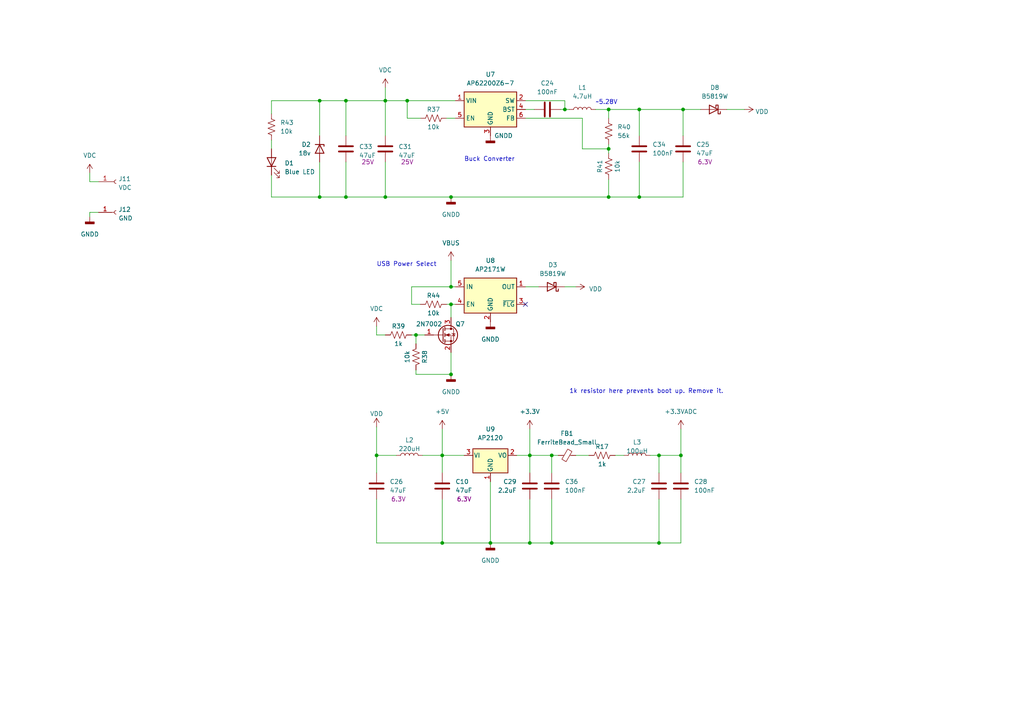
<source format=kicad_sch>
(kicad_sch (version 20230121) (generator eeschema)
  (paper "A4")
  (lib_symbols
    (symbol "Connector:Conn_01x01_Female" (pin_names (offset 1.016) hide)
      (property "Reference" "J" (at 0 2.54 0))
      (property "Value" "Conn_01x01_Female" (at 0 -2.54 0))
      (symbol "Conn_01x01_Female_1_1"
        (polyline (pts (xy -1.27 0) (xy -0.508 0)) (stroke (width 0.1524)))
        (arc (start 0 0.508) (mid -0.5058 0) (end 0 -0.508) (stroke (width 0.1524)))
        (pin passive line (at -5.08 0 0) (length 3.81) (name "Pin_1") (number "1"))
      )
    )
    (symbol "Device:C" (pin_numbers hide) (pin_names (offset 0.254))
      (property "Reference" "C" (at 0.635 2.54 0))
      (property "Value" "C" (at 0.635 -2.54 0))
      (symbol "C_0_1"
        (polyline (pts (xy -2.032 -0.762) (xy 2.032 -0.762)) (stroke (width 0.508)))
        (polyline (pts (xy -2.032 0.762) (xy 2.032 0.762)) (stroke (width 0.508)))
      )
      (symbol "C_1_1"
        (pin passive line (at 0 3.81 270) (length 2.794) (name "~") (number "1"))
        (pin passive line (at 0 -3.81 90) (length 2.794) (name "~") (number "2"))
      )
    )
    (symbol "Device:D_Schottky" (pin_numbers hide) (pin_names (offset 1.016) hide)
      (property "Reference" "D" (at 0 2.54 0))
      (property "Value" "D_Schottky" (at 0 -2.54 0))
      (symbol "D_Schottky_0_1"
        (polyline (pts (xy 1.27 0) (xy -1.27 0)))
        (polyline (pts (xy 1.27 1.27) (xy 1.27 -1.27) (xy -1.27 0) (xy 1.27 1.27)) (stroke (width 0.254)))
        (polyline (pts (xy -1.905 0.635) (xy -1.905 1.27) (xy -1.27 1.27) (xy -1.27 -1.27) (xy -0.635 -1.27) (xy -0.635 -0.635)) (stroke (width 0.254)))
      )
      (symbol "D_Schottky_1_1"
        (pin passive line (at -3.81 0 0) (length 2.54) (name "K") (number "1"))
        (pin passive line (at 3.81 0 180) (length 2.54) (name "A") (number "2"))
      )
    )
    (symbol "Device:D_Zener" (pin_numbers hide) (pin_names (offset 1.016) hide)
      (property "Reference" "D" (at 0 2.54 0))
      (property "Value" "D_Zener" (at 0 -2.54 0))
      (symbol "D_Zener_0_1"
        (polyline (pts (xy 1.27 0) (xy -1.27 0)))
        (polyline (pts (xy -1.27 -1.27) (xy -1.27 1.27) (xy -0.762 1.27)) (stroke (width 0.254)))
        (polyline (pts (xy 1.27 -1.27) (xy 1.27 1.27) (xy -1.27 0) (xy 1.27 -1.27)) (stroke (width 0.254)))
      )
      (symbol "D_Zener_1_1"
        (pin passive line (at -3.81 0 0) (length 2.54) (name "K") (number "1"))
        (pin passive line (at 3.81 0 180) (length 2.54) (name "A") (number "2"))
      )
    )
    (symbol "Device:FerriteBead_Small" (pin_numbers hide) (pin_names (offset 0))
      (property "Reference" "FB" (at 1.905 1.27 0))
      (property "Value" "FerriteBead_Small" (at 1.905 -1.27 0))
      (symbol "FerriteBead_Small_0_1"
        (polyline (pts (xy 0 -1.27) (xy 0 -0.7874)))
        (polyline (pts (xy 0 0.889) (xy 0 1.2954)))
        (polyline (pts (xy -1.8288 0.2794) (xy -1.1176 1.4986) (xy 1.8288 -0.2032) (xy 1.1176 -1.4224) (xy -1.8288 0.2794)))
      )
      (symbol "FerriteBead_Small_1_1"
        (pin passive line (at 0 2.54 270) (length 1.27) (name "~") (number "1"))
        (pin passive line (at 0 -2.54 90) (length 1.27) (name "~") (number "2"))
      )
    )
    (symbol "Device:L" (pin_numbers hide) (pin_names (offset 1.016) hide)
      (property "Reference" "L" (at -1.27 0 90))
      (property "Value" "L" (at 1.905 0 90))
      (symbol "L_0_1"
        (arc (start 0 -2.54) (mid 0.6323 -1.905) (end 0 -1.27))
        (arc (start 0 -1.27) (mid 0.6323 -0.635) (end 0 0))
        (arc (start 0 0) (mid 0.6323 0.635) (end 0 1.27))
        (arc (start 0 1.27) (mid 0.6323 1.905) (end 0 2.54))
      )
      (symbol "L_1_1"
        (pin passive line (at 0 3.81 270) (length 1.27) (name "1") (number "1"))
        (pin passive line (at 0 -3.81 90) (length 1.27) (name "2") (number "2"))
      )
    )
    (symbol "Device:LED" (pin_numbers hide) (pin_names (offset 1.016) hide)
      (property "Reference" "D" (at 0 2.54 0))
      (property "Value" "LED" (at 0 -2.54 0))
      (symbol "LED_0_1"
        (polyline (pts (xy -1.27 -1.27) (xy -1.27 1.27)) (stroke (width 0.254)))
        (polyline (pts (xy -1.27 0) (xy 1.27 0)))
        (polyline (pts (xy 1.27 -1.27) (xy 1.27 1.27) (xy -1.27 0) (xy 1.27 -1.27)) (stroke (width 0.254)))
        (polyline (pts (xy -3.048 -0.762) (xy -4.572 -2.286) (xy -3.81 -2.286) (xy -4.572 -2.286) (xy -4.572 -1.524)))
        (polyline (pts (xy -1.778 -0.762) (xy -3.302 -2.286) (xy -2.54 -2.286) (xy -3.302 -2.286) (xy -3.302 -1.524)))
      )
      (symbol "LED_1_1"
        (pin passive line (at -3.81 0 0) (length 2.54) (name "K") (number "1"))
        (pin passive line (at 3.81 0 180) (length 2.54) (name "A") (number "2"))
      )
    )
    (symbol "Device:R_US" (pin_numbers hide) (pin_names (offset 0))
      (property "Reference" "R" (at 2.54 0 90))
      (property "Value" "R_US" (at -2.54 0 90))
      (symbol "R_US_0_1"
        (polyline (pts (xy 0 -2.286) (xy 0 -2.54)))
        (polyline (pts (xy 0 2.286) (xy 0 2.54)))
        (polyline (pts (xy 0 -0.762) (xy 1.016 -1.143) (xy 0 -1.524) (xy -1.016 -1.905) (xy 0 -2.286)))
        (polyline (pts (xy 0 0.762) (xy 1.016 0.381) (xy 0 0) (xy -1.016 -0.381) (xy 0 -0.762)))
        (polyline (pts (xy 0 2.286) (xy 1.016 1.905) (xy 0 1.524) (xy -1.016 1.143) (xy 0 0.762)))
      )
      (symbol "R_US_1_1"
        (pin passive line (at 0 3.81 270) (length 1.27) (name "~") (number "1"))
        (pin passive line (at 0 -3.81 90) (length 1.27) (name "~") (number "2"))
      )
    )
    (symbol "Power_Management:AP2171W"
      (property "Reference" "U" (at -7.62 -6.35 0))
      (property "Value" "AP2171W" (at -7.62 6.35 0))
      (symbol "AP2171W_0_1"
        (rectangle (start -7.62 5.08) (end 7.62 -5.08) (stroke (width 0.254)) (fill (type background)))
      )
      (symbol "AP2171W_1_1"
        (pin power_out line (at 10.16 2.54 180) (length 2.54) (name "OUT") (number "1"))
        (pin power_in line (at 0 -7.62 90) (length 2.54) (name "GND") (number "2"))
        (pin open_collector line (at 10.16 -2.54 180) (length 2.54) (name "~{FLG}") (number "3"))
        (pin input line (at -10.16 -2.54 0) (length 2.54) (name "EN") (number "4"))
        (pin power_in line (at -10.16 2.54 0) (length 2.54) (name "IN") (number "5"))
      )
    )
    (symbol "Regulator_Linear:AP2127N-3.3" (pin_names (offset 0.254))
      (property "Reference" "U" (at -3.81 3.175 0))
      (property "Value" "AP2127N-3.3" (at 0 3.175 0))
      (symbol "AP2127N-3.3_0_1"
        (rectangle (start -5.08 1.905) (end 5.08 -5.08) (stroke (width 0.254)) (fill (type background)))
      )
      (symbol "AP2127N-3.3_1_1"
        (pin power_in line (at 0 -7.62 90) (length 2.54) (name "GND") (number "1"))
        (pin power_out line (at 7.62 0 180) (length 2.54) (name "VO") (number "2"))
        (pin power_in line (at -7.62 0 0) (length 2.54) (name "VI") (number "3"))
      )
    )
    (symbol "Regulator_Switching:AP62250Z6"
      (property "Reference" "U" (at -7.62 6.35 0))
      (property "Value" "AP62250Z6" (at 6.35 -6.35 0))
      (symbol "AP62250Z6_0_1"
        (rectangle (start -7.62 5.08) (end 7.62 -5.08) (stroke (width 0.254)) (fill (type background)))
      )
      (symbol "AP62250Z6_1_1"
        (pin power_in line (at -10.16 2.54 0) (length 2.54) (name "VIN") (number "1"))
        (pin output line (at 10.16 2.54 180) (length 2.54) (name "SW") (number "2"))
        (pin power_in line (at 0 -7.62 90) (length 2.54) (name "GND") (number "3"))
        (pin passive line (at 10.16 0 180) (length 2.54) (name "BST") (number "4"))
        (pin input line (at -10.16 -2.54 0) (length 2.54) (name "EN") (number "5"))
        (pin input line (at 10.16 -2.54 180) (length 2.54) (name "FB") (number "6"))
      )
    )
    (symbol "Transistor_FET:2N7002" (pin_names hide)
      (property "Reference" "Q" (at 5.08 1.905 0))
      (property "Value" "2N7002" (at 5.08 0 0))
      (symbol "2N7002_0_1"
        (polyline (pts (xy 0.254 0) (xy -2.54 0)))
        (polyline (pts (xy 0.254 1.905) (xy 0.254 -1.905)) (stroke (width 0.254)))
        (polyline (pts (xy 0.762 -1.27) (xy 0.762 -2.286)) (stroke (width 0.254)))
        (polyline (pts (xy 0.762 0.508) (xy 0.762 -0.508)) (stroke (width 0.254)))
        (polyline (pts (xy 0.762 2.286) (xy 0.762 1.27)) (stroke (width 0.254)))
        (polyline (pts (xy 2.54 2.54) (xy 2.54 1.778)))
        (polyline (pts (xy 2.54 -2.54) (xy 2.54 0) (xy 0.762 0)))
        (polyline (pts (xy 0.762 -1.778) (xy 3.302 -1.778) (xy 3.302 1.778) (xy 0.762 1.778)))
        (polyline (pts (xy 1.016 0) (xy 2.032 0.381) (xy 2.032 -0.381) (xy 1.016 0)) (fill (type outline)))
        (polyline (pts (xy 2.794 0.508) (xy 2.921 0.381) (xy 3.683 0.381) (xy 3.81 0.254)))
        (polyline (pts (xy 3.302 0.381) (xy 2.921 -0.254) (xy 3.683 -0.254) (xy 3.302 0.381)))
        (circle (center 1.651 0) (radius 2.794) (stroke (width 0.254)))
        (circle (center 2.54 -1.778) (radius 0.254) (fill (type outline)))
        (circle (center 2.54 1.778) (radius 0.254) (fill (type outline)))
      )
      (symbol "2N7002_1_1"
        (pin input line (at -5.08 0 0) (length 2.54) (name "G") (number "1"))
        (pin passive line (at 2.54 -5.08 90) (length 2.54) (name "S") (number "2"))
        (pin passive line (at 2.54 5.08 270) (length 2.54) (name "D") (number "3"))
      )
    )
    (symbol "power:+3.3V" (power) (pin_names (offset 0))
      (property "Value" "+3.3V" (at 0 3.556 0))
      (symbol "+3.3V_0_1"
        (polyline (pts (xy -0.762 1.27) (xy 0 2.54)))
        (polyline (pts (xy 0 0) (xy 0 2.54)))
        (polyline (pts (xy 0 2.54) (xy 0.762 1.27)))
      )
      (symbol "+3.3V_1_1"
        (pin power_in line (at 0 0 90) (length 0) hide (name "+3.3V") (number "1"))
      )
    )
    (symbol "power:+3.3VADC" (power) (pin_names (offset 0))
      (property "Value" "+3.3VADC" (at 0 2.54 0))
      (symbol "+3.3VADC_0_0"
        (pin power_in line (at 0 0 90) (length 0) hide (name "+3.3VADC") (number "1"))
      )
      (symbol "+3.3VADC_0_1"
        (polyline (pts (xy -0.762 1.27) (xy 0 2.54)))
        (polyline (pts (xy 0 0) (xy 0 2.54)))
        (polyline (pts (xy 0 2.54) (xy 0.762 1.27)))
      )
    )
    (symbol "power:+5V" (power) (pin_names (offset 0))
      (property "Value" "+5V" (at 0 3.556 0))
      (symbol "+5V_0_1"
        (polyline (pts (xy -0.762 1.27) (xy 0 2.54)))
        (polyline (pts (xy 0 0) (xy 0 2.54)))
        (polyline (pts (xy 0 2.54) (xy 0.762 1.27)))
      )
      (symbol "+5V_1_1"
        (pin power_in line (at 0 0 90) (length 0) hide (name "+5V") (number "1"))
      )
    )
    (symbol "power:GNDD" (power) (pin_names (offset 0))
      (property "Value" "GNDD" (at 0 -3.175 0))
      (symbol "GNDD_0_1"
        (rectangle (start -1.27 -1.524) (end 1.27 -2.032) (stroke (width 0.254)) (fill (type outline)))
        (polyline (pts (xy 0 0) (xy 0 -1.524)))
      )
      (symbol "GNDD_1_1"
        (pin power_in line (at 0 0 270) (length 0) hide (name "GNDD") (number "1"))
      )
    )
    (symbol "power:VBUS" (power) (pin_names (offset 0))
      (property "Value" "VBUS" (at 0 3.81 0))
      (symbol "VBUS_0_1"
        (polyline (pts (xy -0.762 1.27) (xy 0 2.54)))
        (polyline (pts (xy 0 0) (xy 0 2.54)))
        (polyline (pts (xy 0 2.54) (xy 0.762 1.27)))
      )
      (symbol "VBUS_1_1"
        (pin power_in line (at 0 0 90) (length 0) hide (name "VBUS") (number "1"))
      )
    )
    (symbol "power:VDC" (power) (pin_names (offset 0))
      (property "Value" "VDC" (at 0 6.35 0))
      (symbol "VDC_0_1"
        (polyline (pts (xy -0.762 1.27) (xy 0 2.54)))
        (polyline (pts (xy 0 0) (xy 0 2.54)))
        (polyline (pts (xy 0 2.54) (xy 0.762 1.27)))
      )
      (symbol "VDC_1_1"
        (pin power_in line (at 0 0 90) (length 0) hide (name "VDC") (number "1"))
      )
    )
    (symbol "power:VDD" (power) (pin_names (offset 0))
      (property "Value" "VDD" (at 0 3.81 0))
      (symbol "VDD_0_1"
        (polyline (pts (xy -0.762 1.27) (xy 0 2.54)))
        (polyline (pts (xy 0 0) (xy 0 2.54)))
        (polyline (pts (xy 0 2.54) (xy 0.762 1.27)))
      )
      (symbol "VDD_1_1"
        (pin power_in line (at 0 0 90) (length 0) hide (name "VDD") (number "1"))
      )
    )
  )
  (junction (at 130.81 108.585))
  (junction (at 128.27 132.08))
  (junction (at 100.33 57.15))
  (junction (at 191.135 132.08))
  (junction (at 130.81 57.15))
  (junction (at 153.67 157.48))
  (junction (at 109.22 132.08))
  (junction (at 128.27 157.48))
  (junction (at 191.135 157.48))
  (junction (at 130.81 88.265))
  (junction (at 176.53 31.75))
  (junction (at 100.33 29.21))
  (junction (at 160.02 132.08))
  (junction (at 142.24 157.48))
  (junction (at 92.71 29.21))
  (junction (at 120.65 97.155))
  (junction (at 92.71 57.15))
  (junction (at 160.02 157.48))
  (junction (at 153.67 132.08))
  (junction (at 197.485 132.08))
  (junction (at 198.12 31.75))
  (junction (at 185.42 31.75))
  (junction (at 118.11 29.21))
  (junction (at 130.81 83.185))
  (junction (at 185.42 57.15))
  (junction (at 163.83 31.75))
  (junction (at 111.76 57.15))
  (junction (at 176.53 43.18))
  (junction (at 111.76 29.21))
  (junction (at 176.53 57.15))
  (no_connect (at 152.4 88.265))
  (wire (pts (xy 152.4 34.29) (xy 168.91 34.29)))
  (wire (pts (xy 92.71 39.37) (xy 92.71 29.21)))
  (wire (pts (xy 129.54 88.265) (xy 130.81 88.265)))
  (wire (pts (xy 188.595 132.08) (xy 191.135 132.08)))
  (wire (pts (xy 172.72 31.75) (xy 176.53 31.75)))
  (wire (pts (xy 78.74 33.02) (xy 78.74 29.21)))
  (wire (pts (xy 78.74 57.15) (xy 92.71 57.15)))
  (wire (pts (xy 109.22 144.78) (xy 109.22 157.48)))
  (wire (pts (xy 197.485 157.48) (xy 191.135 157.48)))
  (wire (pts (xy 152.4 83.185) (xy 156.21 83.185)))
  (wire (pts (xy 120.65 97.155) (xy 120.65 99.695)))
  (wire (pts (xy 92.71 57.15) (xy 100.33 57.15)))
  (wire (pts (xy 109.22 132.08) (xy 114.935 132.08)))
  (wire (pts (xy 176.53 43.18) (xy 176.53 44.45)))
  (wire (pts (xy 111.76 25.4) (xy 111.76 29.21)))
  (wire (pts (xy 122.555 132.08) (xy 128.27 132.08)))
  (wire (pts (xy 121.92 88.265) (xy 119.38 88.265)))
  (wire (pts (xy 109.22 97.155) (xy 111.76 97.155)))
  (wire (pts (xy 191.135 132.08) (xy 191.135 137.16)))
  (wire (pts (xy 185.42 31.75) (xy 198.12 31.75)))
  (wire (pts (xy 128.27 157.48) (xy 142.24 157.48)))
  (wire (pts (xy 120.65 107.315) (xy 120.65 108.585)))
  (wire (pts (xy 191.135 144.78) (xy 191.135 157.48)))
  (wire (pts (xy 119.38 83.185) (xy 130.81 83.185)))
  (wire (pts (xy 198.12 31.75) (xy 203.2 31.75)))
  (wire (pts (xy 100.33 29.21) (xy 111.76 29.21)))
  (wire (pts (xy 197.485 132.08) (xy 197.485 137.16)))
  (wire (pts (xy 109.22 94.615) (xy 109.22 97.155)))
  (wire (pts (xy 185.42 31.75) (xy 185.42 39.37)))
  (wire (pts (xy 132.08 29.21) (xy 118.11 29.21)))
  (wire (pts (xy 153.67 132.08) (xy 153.67 137.16)))
  (wire (pts (xy 160.02 144.78) (xy 160.02 157.48)))
  (wire (pts (xy 168.91 43.18) (xy 176.53 43.18)))
  (wire (pts (xy 120.65 108.585) (xy 130.81 108.585)))
  (wire (pts (xy 130.81 88.265) (xy 132.08 88.265)))
  (wire (pts (xy 163.83 29.21) (xy 163.83 31.75)))
  (wire (pts (xy 176.53 57.15) (xy 185.42 57.15)))
  (wire (pts (xy 163.83 31.75) (xy 162.56 31.75)))
  (wire (pts (xy 128.27 144.78) (xy 128.27 157.48)))
  (wire (pts (xy 153.67 144.78) (xy 153.67 157.48)))
  (wire (pts (xy 26.035 50.165) (xy 26.035 52.705)))
  (wire (pts (xy 130.81 102.235) (xy 130.81 108.585)))
  (wire (pts (xy 111.76 29.21) (xy 118.11 29.21)))
  (wire (pts (xy 26.035 61.595) (xy 28.575 61.595)))
  (wire (pts (xy 100.33 39.37) (xy 100.33 29.21)))
  (wire (pts (xy 167.005 132.08) (xy 170.815 132.08)))
  (wire (pts (xy 142.24 139.7) (xy 142.24 157.48)))
  (wire (pts (xy 191.135 132.08) (xy 197.485 132.08)))
  (wire (pts (xy 178.435 132.08) (xy 180.975 132.08)))
  (wire (pts (xy 119.38 88.265) (xy 119.38 83.185)))
  (wire (pts (xy 163.83 83.185) (xy 167.005 83.185)))
  (wire (pts (xy 153.67 124.46) (xy 153.67 132.08)))
  (wire (pts (xy 197.485 124.46) (xy 197.485 132.08)))
  (wire (pts (xy 109.22 123.825) (xy 109.22 132.08)))
  (wire (pts (xy 128.27 124.46) (xy 128.27 132.08)))
  (wire (pts (xy 78.74 29.21) (xy 92.71 29.21)))
  (wire (pts (xy 129.54 34.29) (xy 132.08 34.29)))
  (wire (pts (xy 78.74 40.64) (xy 78.74 43.18)))
  (wire (pts (xy 176.53 52.07) (xy 176.53 57.15)))
  (wire (pts (xy 100.33 57.15) (xy 111.76 57.15)))
  (wire (pts (xy 111.76 46.99) (xy 111.76 57.15)))
  (wire (pts (xy 26.035 62.865) (xy 26.035 61.595)))
  (wire (pts (xy 149.86 132.08) (xy 153.67 132.08)))
  (wire (pts (xy 153.67 157.48) (xy 160.02 157.48)))
  (wire (pts (xy 153.67 157.48) (xy 142.24 157.48)))
  (wire (pts (xy 130.81 75.565) (xy 130.81 83.185)))
  (wire (pts (xy 160.02 132.08) (xy 160.02 137.16)))
  (wire (pts (xy 197.485 144.78) (xy 197.485 157.48)))
  (wire (pts (xy 100.33 46.99) (xy 100.33 57.15)))
  (wire (pts (xy 120.65 97.155) (xy 123.19 97.155)))
  (wire (pts (xy 119.38 97.155) (xy 120.65 97.155)))
  (wire (pts (xy 130.81 88.265) (xy 130.81 92.075)))
  (wire (pts (xy 128.27 132.08) (xy 128.27 137.16)))
  (wire (pts (xy 153.67 132.08) (xy 160.02 132.08)))
  (wire (pts (xy 92.71 57.15) (xy 92.71 46.99)))
  (wire (pts (xy 185.42 57.15) (xy 198.12 57.15)))
  (wire (pts (xy 198.12 46.99) (xy 198.12 57.15)))
  (wire (pts (xy 176.53 31.75) (xy 185.42 31.75)))
  (wire (pts (xy 160.02 157.48) (xy 191.135 157.48)))
  (wire (pts (xy 160.02 132.08) (xy 161.925 132.08)))
  (wire (pts (xy 168.91 34.29) (xy 168.91 43.18)))
  (wire (pts (xy 152.4 31.75) (xy 154.94 31.75)))
  (wire (pts (xy 163.83 31.75) (xy 165.1 31.75)))
  (wire (pts (xy 128.27 132.08) (xy 134.62 132.08)))
  (wire (pts (xy 109.22 157.48) (xy 128.27 157.48)))
  (wire (pts (xy 176.53 31.75) (xy 176.53 34.29)))
  (wire (pts (xy 121.92 34.29) (xy 118.11 34.29)))
  (wire (pts (xy 111.76 39.37) (xy 111.76 29.21)))
  (wire (pts (xy 210.82 31.75) (xy 215.9 31.75)))
  (wire (pts (xy 78.74 50.8) (xy 78.74 57.15)))
  (wire (pts (xy 185.42 46.99) (xy 185.42 57.15)))
  (wire (pts (xy 130.81 83.185) (xy 132.08 83.185)))
  (wire (pts (xy 109.22 132.08) (xy 109.22 137.16)))
  (wire (pts (xy 130.81 57.15) (xy 176.53 57.15)))
  (wire (pts (xy 118.11 34.29) (xy 118.11 29.21)))
  (wire (pts (xy 152.4 29.21) (xy 163.83 29.21)))
  (wire (pts (xy 176.53 41.91) (xy 176.53 43.18)))
  (wire (pts (xy 111.76 57.15) (xy 130.81 57.15)))
  (wire (pts (xy 92.71 29.21) (xy 100.33 29.21)))
  (wire (pts (xy 26.035 52.705) (xy 28.575 52.705)))
  (wire (pts (xy 198.12 31.75) (xy 198.12 39.37)))
  (text "~5.28V" (at 172.72 30.48 0) (effects (font (size 1.27 1.27)) (justify left bottom)))
  (text "Buck Converter" (at 134.62 46.99 0) (effects (font (size 1.27 1.27)) (justify left bottom)))
  (text "USB Power Select" (at 109.22 77.47 0) (effects (font (size 1.27 1.27)) (justify left bottom)))
  (text "1k resistor here prevents boot up. Remove it." (at 165.1 114.3 0) (effects (font (size 1.27 1.27)) (justify left bottom)))
  (symbol (lib_id "Device:R_US") (at 125.73 34.29 90) (unit 1)
    (property "Reference" "R37" (at 125.73 31.75 90))
    (property "Value" "10k" (at 125.73 36.83 90))
    (property "Footprint" "Resistor_SMD:R_0402_1005Metric" (effects hide))
    (property "LCSC" "C25744" (effects hide))
  )
  (symbol (lib_id "power:GNDD") (at 142.24 39.37 0) (unit 1)
    (property "Reference" "#PWR029" (effects hide))
    (property "Value" "GNDD" (at 146.05 39.37 0))
  )
  (symbol (lib_id "power:VDD") (at 109.22 123.825 0) (unit 1)
    (property "Reference" "#PWR089" (effects hide))
    (property "Value" "VDD" (at 109.22 120.015 0))
  )
  (symbol (lib_id "Device:R_US") (at 176.53 38.1 0) (unit 1)
    (property "Reference" "R40" (at 179.07 36.8299 0) (effects (justify left)))
    (property "Value" "56k" (at 179.07 39.3699 0) (effects (justify left)))
    (property "Footprint" "Resistor_SMD:R_0402_1005Metric" (effects hide))
    (property "LCSC" "C25796" (effects hide))
  )
  (symbol (lib_id "Device:D_Schottky") (at 207.01 31.75 180) (unit 1)
    (property "Reference" "D8" (at 207.3275 25.4 0))
    (property "Value" "B5819W" (at 207.3275 27.94 0))
    (property "Footprint" "Diode_SMD:D_SOD-123" (effects hide))
    (property "LCSC" "C8598" (effects hide))
  )
  (symbol (lib_id "power:VDC") (at 26.035 50.165 0) (unit 1)
    (property "Reference" "#PWR0139" (effects hide))
    (property "Value" "VDC" (at 26.035 45.085 0))
  )
  (symbol (lib_id "Regulator_Switching:AP62250Z6") (at 142.24 31.75 0) (unit 1)
    (property "Reference" "U7" (at 142.24 21.59 0))
    (property "Value" "AP62200Z6-7" (at 142.24 24.13 0))
    (property "Footprint" "Package_TO_SOT_SMD:SOT-563" (effects hide))
    (property "Datasheet" "https://www.diodes.com/assets/Datasheets/AP62250.pdf" (effects hide))
    (property "DigiKey" "31-AP62200Z6-7CT-ND" (effects hide))
    (property "LCSC" "C2158024" (effects hide))
  )
  (symbol (lib_id "power:GNDD") (at 142.24 93.345 0) (unit 1)
    (property "Reference" "#PWR036" (effects hide))
    (property "Value" "GNDD" (at 142.24 98.425 0))
  )
  (symbol (lib_id "power:VDC") (at 111.76 25.4 0) (unit 1)
    (property "Reference" "#PWR027" (effects hide))
    (property "Value" "VDC" (at 111.76 20.32 0))
  )
  (symbol (lib_id "Device:L") (at 168.91 31.75 90) (unit 1)
    (property "Reference" "L1" (at 168.91 25.4 90))
    (property "Value" "4.7uH" (at 168.91 27.94 90))
    (property "Footprint" "Inductor_SMD:L_Bourns-SRN6028" (effects hide))
    (property "DigiKey" "587-2100-1-ND" (effects hide))
  )
  (symbol (lib_id "power:+5V") (at 128.27 124.46 0) (unit 1)
    (property "Reference" "#PWR030" (effects hide))
    (property "Value" "+5V" (at 128.27 119.38 0))
  )
  (symbol (lib_id "power:VDD") (at 215.9 31.75 270) (unit 1)
    (property "Reference" "#PWR047" (effects hide))
    (property "Value" "VDD" (at 219.075 32.385 90) (effects (justify left)))
  )
  (symbol (lib_id "Device:R_US") (at 78.74 36.83 0) (unit 1)
    (property "Reference" "R43" (at 81.28 35.5599 0) (effects (justify left)))
    (property "Value" "10k" (at 81.28 38.0999 0) (effects (justify left)))
    (property "Footprint" "Resistor_SMD:R_0402_1005Metric" (effects hide))
    (property "LCSC" "C25744" (effects hide))
  )
  (symbol (lib_id "power:VDC") (at 109.22 94.615 0) (unit 1)
    (property "Reference" "#PWR032" (effects hide))
    (property "Value" "VDC" (at 109.22 89.535 0))
  )
  (symbol (lib_id "power:+3.3VADC") (at 197.485 124.46 0) (unit 1)
    (property "Reference" "#PWR033" (effects hide))
    (property "Value" "+3.3VADC" (at 197.485 119.38 0))
  )
  (symbol (lib_id "Device:L") (at 118.745 132.08 90) (unit 1)
    (property "Reference" "L2" (at 118.745 127.635 90))
    (property "Value" "220uH" (at 118.745 130.175 90))
    (property "Footprint" "Inductor_SMD:L_1812_4532Metric_Pad1.30x3.40mm_HandSolder" (effects hide))
    (property "Datasheet" "https://www.bourns.com/docs/Product-Datasheets/CM.pdf" (effects hide))
    (property "DigiKey" "CM453232-221KLCT-ND" (effects hide))
  )
  (symbol (lib_id "Device:C") (at 111.76 43.18 0) (unit 1)
    (property "Reference" "C31" (at 115.57 42.545 0) (effects (justify left)))
    (property "Value" "47uF" (at 115.57 45.085 0) (effects (justify left)))
    (property "Footprint" "Capacitor_SMD:C_1206_3216Metric" (effects hide))
    (property "Voltage" "25V" (at 118.11 46.99 0))
    (property "DigiKey" "445-8047-1-ND" (effects hide))
  )
  (symbol (lib_id "Device:C") (at 160.02 140.97 0) (unit 1)
    (property "Reference" "C36" (at 163.83 139.6999 0) (effects (justify left)))
    (property "Value" "100nF" (at 163.83 142.2399 0) (effects (justify left)))
    (property "Footprint" "Capacitor_SMD:C_0402_1005Metric" (effects hide))
    (property "LCSC" "C307331" (effects hide))
  )
  (symbol (lib_id "Device:L") (at 184.785 132.08 90) (unit 1)
    (property "Reference" "L3" (at 184.785 128.27 90))
    (property "Value" "100uH" (at 184.785 130.81 90))
    (property "Footprint" "Inductor_SMD:L_0805_2012Metric" (effects hide))
    (property "LCSC" "C68035" (effects hide))
  )
  (symbol (lib_id "power:GNDD") (at 142.24 157.48 0) (unit 1)
    (property "Reference" "#PWR037" (effects hide))
    (property "Value" "GNDD" (at 142.24 162.56 0))
  )
  (symbol (lib_id "Transistor_FET:2N7002") (at 128.27 97.155 0) (unit 1)
    (property "Reference" "Q7" (at 132.08 93.98 0) (effects (justify left)))
    (property "Value" "2N7002" (at 120.65 93.98 0) (effects (justify left)))
    (property "Footprint" "Package_TO_SOT_SMD:SOT-23" (effects hide))
    (property "Datasheet" "https://www.onsemi.com/pub/Collateral/NDS7002A-D.PDF" (effects hide))
    (property "LCSC" "C8545" (effects hide))
  )
  (symbol (lib_id "Device:D_Schottky") (at 160.02 83.185 180) (unit 1)
    (property "Reference" "D3" (at 160.3375 76.835 0))
    (property "Value" "B5819W" (at 160.3375 79.375 0))
    (property "Footprint" "Diode_SMD:D_SOD-123" (effects hide))
    (property "LCSC" "C8598" (effects hide))
  )
  (symbol (lib_id "Device:C") (at 197.485 140.97 0) (unit 1)
    (property "Reference" "C28" (at 201.295 139.6999 0) (effects (justify left)))
    (property "Value" "100nF" (at 201.295 142.2399 0) (effects (justify left)))
    (property "Footprint" "Capacitor_SMD:C_0402_1005Metric" (effects hide))
    (property "LCSC" "C307331" (effects hide))
  )
  (symbol (lib_id "Device:C") (at 153.67 140.97 0) (mirror x) (unit 1)
    (property "Reference" "C29" (at 149.86 139.6999 0) (effects (justify right)))
    (property "Value" "2.2uF" (at 149.86 142.2399 0) (effects (justify right)))
    (property "Footprint" "Capacitor_SMD:C_0402_1005Metric" (effects hide))
    (property "LCSC" "C12530" (effects hide))
  )
  (symbol (lib_id "Connector:Conn_01x01_Female") (at 33.655 61.595 0) (unit 1)
    (property "Reference" "J12" (at 34.3662 60.7603 0) (effects (justify left)))
    (property "Value" "GND" (at 34.3662 63.2972 0) (effects (justify left)))
    (property "Footprint" "TestPoint:TestPoint_Pad_2.5x2.5mm" (effects hide))
    (property "DigiKey" "N/A" (effects hide))
  )
  (symbol (lib_id "Device:LED") (at 78.74 46.99 90) (unit 1)
    (property "Reference" "D1" (at 82.55 47.3074 90) (effects (justify right)))
    (property "Value" "Blue LED" (at 82.55 49.8474 90) (effects (justify right)))
    (property "Footprint" "Diode_SMD:D_0603_1608Metric" (effects hide))
    (property "LCSC" "C72041" (effects hide))
  )
  (symbol (lib_id "Device:C") (at 109.22 140.97 0) (unit 1)
    (property "Reference" "C26" (at 113.03 139.6999 0) (effects (justify left)))
    (property "Value" "47uF" (at 113.03 142.2399 0) (effects (justify left)))
    (property "Footprint" "Capacitor_SMD:C_0805_2012Metric" (effects hide))
    (property "LCSC" "C16780" (effects hide))
    (property "Voltage" "6.3V" (at 115.57 144.78 0))
  )
  (symbol (lib_id "Device:C") (at 158.75 31.75 270) (mirror x) (unit 1)
    (property "Reference" "C24" (at 158.75 24.13 90))
    (property "Value" "100nF" (at 158.75 26.67 90))
    (property "Footprint" "Capacitor_SMD:C_0402_1005Metric" (effects hide))
    (property "LCSC" "C307331" (effects hide))
  )
  (symbol (lib_id "Device:C") (at 198.12 43.18 0) (unit 1)
    (property "Reference" "C25" (at 201.93 41.9099 0) (effects (justify left)))
    (property "Value" "47uF" (at 201.93 44.4499 0) (effects (justify left)))
    (property "Footprint" "Capacitor_SMD:C_0805_2012Metric" (effects hide))
    (property "LCSC" "C16780" (effects hide))
    (property "Voltage" "6.3V" (at 204.47 46.99 0))
  )
  (symbol (lib_id "power:GNDD") (at 130.81 108.585 0) (unit 1)
    (property "Reference" "#PWR090" (effects hide))
    (property "Value" "GNDD" (at 130.81 113.665 0))
  )
  (symbol (lib_id "Device:FerriteBead_Small") (at 164.465 132.08 90) (unit 1)
    (property "Reference" "FB1" (at 164.4269 125.73 90))
    (property "Value" "FerriteBead_Small" (at 164.4269 128.27 90))
    (property "Footprint" "Resistor_SMD:R_0603_1608Metric" (effects hide))
    (property "LCSC" "C1002" (effects hide))
  )
  (symbol (lib_id "power:GNDD") (at 130.81 57.15 0) (unit 1)
    (property "Reference" "#PWR028" (effects hide))
    (property "Value" "GNDD" (at 130.81 62.23 0))
  )
  (symbol (lib_id "Connector:Conn_01x01_Female") (at 33.655 52.705 0) (unit 1)
    (property "Reference" "J11" (at 34.3662 51.8703 0) (effects (justify left)))
    (property "Value" "VDC" (at 34.3662 54.4072 0) (effects (justify left)))
    (property "Footprint" "TestPoint:TestPoint_Pad_2.5x2.5mm" (effects hide))
    (property "DigiKey" "N/A" (effects hide))
  )
  (symbol (lib_id "Device:R_US") (at 125.73 88.265 90) (unit 1)
    (property "Reference" "R44" (at 125.73 85.725 90))
    (property "Value" "10k" (at 125.73 90.805 90))
    (property "Footprint" "Resistor_SMD:R_0402_1005Metric" (effects hide))
    (property "LCSC" "C25744" (effects hide))
  )
  (symbol (lib_id "Device:R_US") (at 176.53 48.26 180) (unit 1)
    (property "Reference" "R41" (at 173.99 48.26 90))
    (property "Value" "10k" (at 179.07 48.26 90))
    (property "Footprint" "Resistor_SMD:R_0402_1005Metric" (effects hide))
    (property "LCSC" "C25744" (effects hide))
  )
  (symbol (lib_id "power:VDD") (at 167.005 83.185 270) (unit 1)
    (property "Reference" "#PWR054" (effects hide))
    (property "Value" "VDD" (at 170.815 83.82 90) (effects (justify left)))
  )
  (symbol (lib_id "Device:C") (at 191.135 140.97 0) (mirror x) (unit 1)
    (property "Reference" "C27" (at 187.325 139.6999 0) (effects (justify right)))
    (property "Value" "2.2uF" (at 187.325 142.2399 0) (effects (justify right)))
    (property "Footprint" "Capacitor_SMD:C_0402_1005Metric" (effects hide))
    (property "LCSC" "C12530" (effects hide))
  )
  (symbol (lib_id "Device:R_US") (at 174.625 132.08 90) (unit 1)
    (property "Reference" "R17" (at 174.625 129.54 90))
    (property "Value" "1k" (at 174.625 134.62 90))
    (property "Footprint" "Resistor_SMD:R_0402_1005Metric" (effects hide))
    (property "LCSC" "C11702" (effects hide))
  )
  (symbol (lib_id "Device:C") (at 100.33 43.18 0) (unit 1)
    (property "Reference" "C33" (at 104.14 42.545 0) (effects (justify left)))
    (property "Value" "47uF" (at 104.14 45.085 0) (effects (justify left)))
    (property "Footprint" "Capacitor_SMD:C_1206_3216Metric" (effects hide))
    (property "Voltage" "25V" (at 106.68 46.99 0))
    (property "DigiKey" "445-8047-1-ND" (effects hide))
  )
  (symbol (lib_id "Device:R_US") (at 120.65 103.505 0) (mirror x) (unit 1)
    (property "Reference" "R38" (at 123.19 103.505 90))
    (property "Value" "10k" (at 118.11 103.505 90))
    (property "Footprint" "Resistor_SMD:R_0402_1005Metric" (effects hide))
    (property "LCSC" "C25744" (effects hide))
  )
  (symbol (lib_id "Device:C") (at 185.42 43.18 0) (unit 1)
    (property "Reference" "C34" (at 189.23 41.9099 0) (effects (justify left)))
    (property "Value" "100nF" (at 189.23 44.4499 0) (effects (justify left)))
    (property "Footprint" "Capacitor_SMD:C_0402_1005Metric" (effects hide))
    (property "LCSC" "C307331" (effects hide))
  )
  (symbol (lib_id "power:+3.3V") (at 153.67 124.46 0) (unit 1)
    (property "Reference" "#PWR031" (effects hide))
    (property "Value" "+3.3V" (at 153.67 119.38 0))
  )
  (symbol (lib_id "power:GNDD") (at 26.035 62.865 0) (unit 1)
    (property "Reference" "#PWR0140" (effects hide))
    (property "Value" "GNDD" (at 26.035 67.945 0))
  )
  (symbol (lib_id "Power_Management:AP2171W") (at 142.24 85.725 0) (unit 1)
    (property "Reference" "U8" (at 142.24 75.565 0))
    (property "Value" "AP2171W" (at 142.24 78.105 0))
    (property "Footprint" "Package_TO_SOT_SMD:SOT-23-5" (effects hide))
    (property "Datasheet" "https://www.diodes.com/assets/Datasheets/AP2161.pdf" (effects hide))
    (property "DigiKey" "AP2171WGDICT-ND" (effects hide))
  )
  (symbol (lib_id "power:VBUS") (at 130.81 75.565 0) (unit 1)
    (property "Reference" "#PWR034" (effects hide))
    (property "Value" "VBUS" (at 130.81 70.485 0))
  )
  (symbol (lib_id "Device:D_Zener") (at 92.71 43.18 270) (unit 1)
    (property "Reference" "D2" (at 90.17 41.9099 90) (effects (justify right)))
    (property "Value" "18v" (at 90.17 44.4499 90) (effects (justify right)))
    (property "Footprint" "Diode_SMD:D_SMA" (effects hide))
    (property "DigiKey" "SMAZ18-FDICT-ND" (effects hide))
  )
  (symbol (lib_id "Regulator_Linear:AP2127N-3.3") (at 142.24 132.08 0) (unit 1)
    (property "Reference" "U9" (at 142.24 124.46 0))
    (property "Value" "AP2120" (at 142.24 127 0))
    (property "Footprint" "Package_TO_SOT_SMD:SOT-23" (effects hide))
    (property "Datasheet" "https://www.diodes.com/assets/Datasheets/AP2127.pdf" (effects hide))
    (property "DigiKey" "AP2120N-3.3TRG1DICT-ND" (effects hide))
  )
  (symbol (lib_id "Device:C") (at 128.27 140.97 0) (unit 1)
    (property "Reference" "C10" (at 132.08 139.6999 0) (effects (justify left)))
    (property "Value" "47uF" (at 132.08 142.2399 0) (effects (justify left)))
    (property "Footprint" "Capacitor_SMD:C_0805_2012Metric" (effects hide))
    (property "LCSC" "C16780" (effects hide))
    (property "Voltage" "6.3V" (at 134.62 144.78 0))
  )
  (symbol (lib_id "Device:R_US") (at 115.57 97.155 90) (unit 1)
    (property "Reference" "R39" (at 115.57 94.615 90))
    (property "Value" "1k" (at 115.57 99.695 90))
    (property "Footprint" "Resistor_SMD:R_0402_1005Metric" (effects hide))
    (property "LCSC" "C11702" (effects hide))
  )
)
</source>
